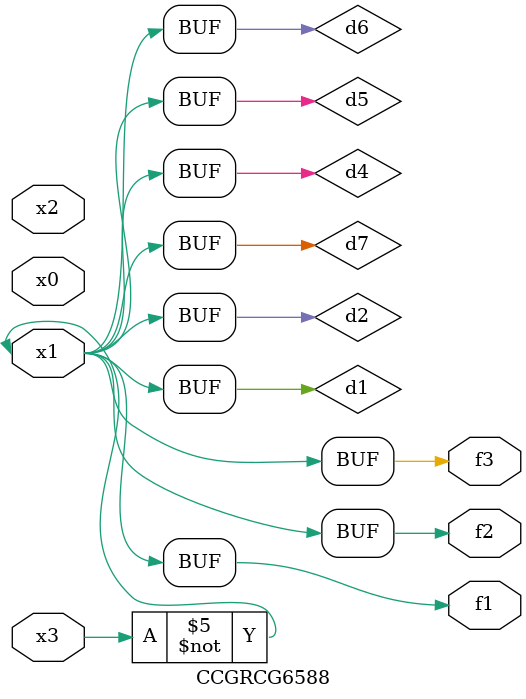
<source format=v>
module CCGRCG6588(
	input x0, x1, x2, x3,
	output f1, f2, f3
);

	wire d1, d2, d3, d4, d5, d6, d7;

	not (d1, x3);
	buf (d2, x1);
	xnor (d3, d1, d2);
	nor (d4, d1);
	buf (d5, d1, d2);
	buf (d6, d4, d5);
	nand (d7, d4);
	assign f1 = d6;
	assign f2 = d7;
	assign f3 = d6;
endmodule

</source>
